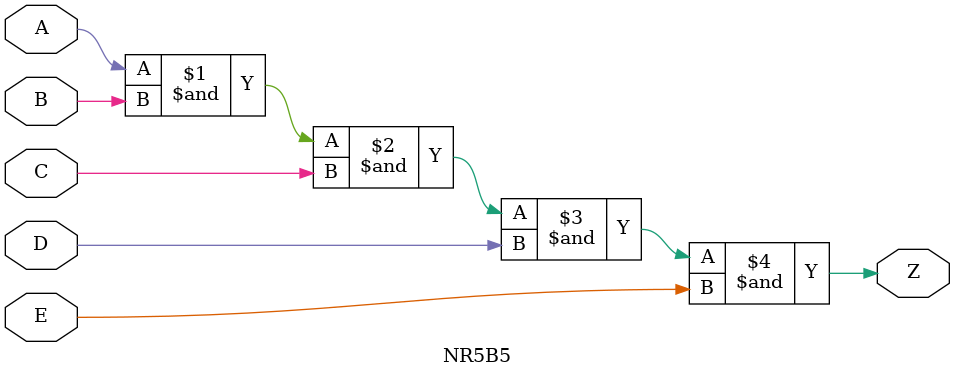
<source format=v>
`resetall
`timescale 1 ns / 100 ps

/* Created by DB2VERILOG Version 1.0.1.1 on Mon May 16 15:21:04 1994 */
/* module compiled from "lsl2db 3.6.4" run */


`celldefine
module  NR5B5  (A, B, C, D, E, Z);
input  A, B, C, D, E;
output Z;

and \wrapper.nr5b5.i1 (Z, A, B, C, D, E);

endmodule 
`endcelldefine

</source>
